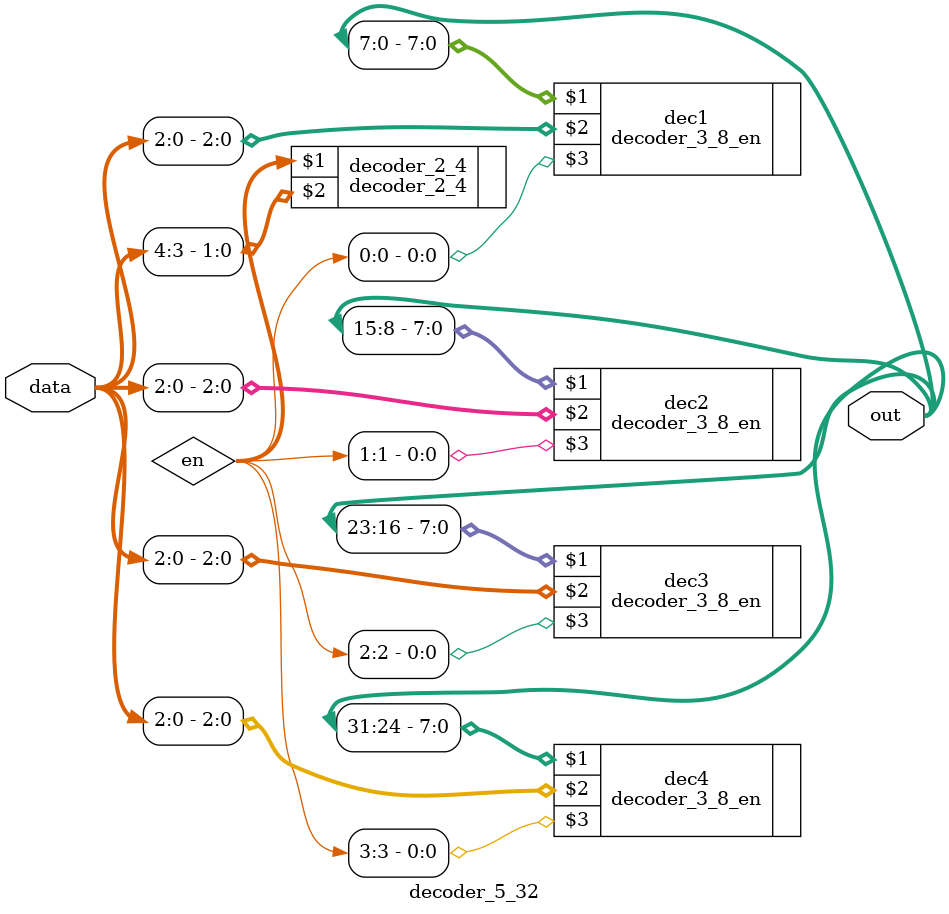
<source format=v>

module decoder_5_32(out, data);

    // Inputs
    input [4:0] data;

    // Outputs
    output [31:0] out;

    // wire
    wire [3:0] en;

    // Stage 1
    decoder_2_4 decoder_2_4 (en, data[4:3]);

    // Stage 2
    decoder_3_8_en dec1 (out[7:0],data[2:0],en[0]);
    decoder_3_8_en dec2 (out[15:8],data[2:0],en[1]);
    decoder_3_8_en dec3 (out[23:16],data[2:0],en[2]);
    decoder_3_8_en dec4 (out[31:24],data[2:0],en[3]);

endmodule
</source>
